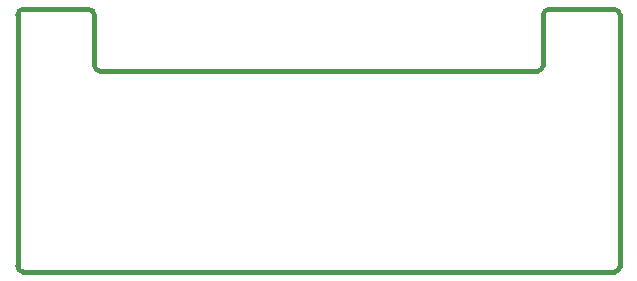
<source format=gbr>
G04 #@! TF.GenerationSoftware,KiCad,Pcbnew,(5.1.4)-1*
G04 #@! TF.CreationDate,2019-09-27T14:23:11+09:00*
G04 #@! TF.ProjectId,project 02,70726f6a-6563-4742-9030-322e6b696361,1*
G04 #@! TF.SameCoordinates,Original*
G04 #@! TF.FileFunction,Profile,NP*
%FSLAX46Y46*%
G04 Gerber Fmt 4.6, Leading zero omitted, Abs format (unit mm)*
G04 Created by KiCad (PCBNEW (5.1.4)-1) date 2019-09-27 14:23:11*
%MOMM*%
%LPD*%
G04 APERTURE LIST*
%ADD10C,0.400000*%
G04 APERTURE END LIST*
D10*
X155500000Y-51250000D02*
G75*
G02X155000000Y-51750000I-500000J0D01*
G01*
X105000000Y-51750000D02*
G75*
G02X104500000Y-51250000I0J500000D01*
G01*
X104500000Y-30000000D02*
G75*
G02X105000000Y-29500000I500000J0D01*
G01*
X110500000Y-29500000D02*
G75*
G02X111000000Y-30000000I0J-500000D01*
G01*
X111500000Y-34750000D02*
G75*
G02X111000000Y-34250000I0J500000D01*
G01*
X149000000Y-34250000D02*
G75*
G02X148500000Y-34750000I-500000J0D01*
G01*
X149000000Y-30000000D02*
G75*
G02X149500000Y-29500000I500000J0D01*
G01*
X155000000Y-29500000D02*
G75*
G02X155500000Y-30000000I0J-500000D01*
G01*
X149000000Y-34250000D02*
X149000000Y-30000000D01*
X111500000Y-34750000D02*
X148500000Y-34750000D01*
X111000000Y-30000000D02*
X111000000Y-34250000D01*
X105000000Y-29500000D02*
X110500000Y-29500000D01*
X104500000Y-51250000D02*
X104500000Y-30000000D01*
X155000000Y-51750000D02*
X105000000Y-51750000D01*
X155500000Y-30000000D02*
X155500000Y-51250000D01*
X149500000Y-29500000D02*
X155000000Y-29500000D01*
M02*

</source>
